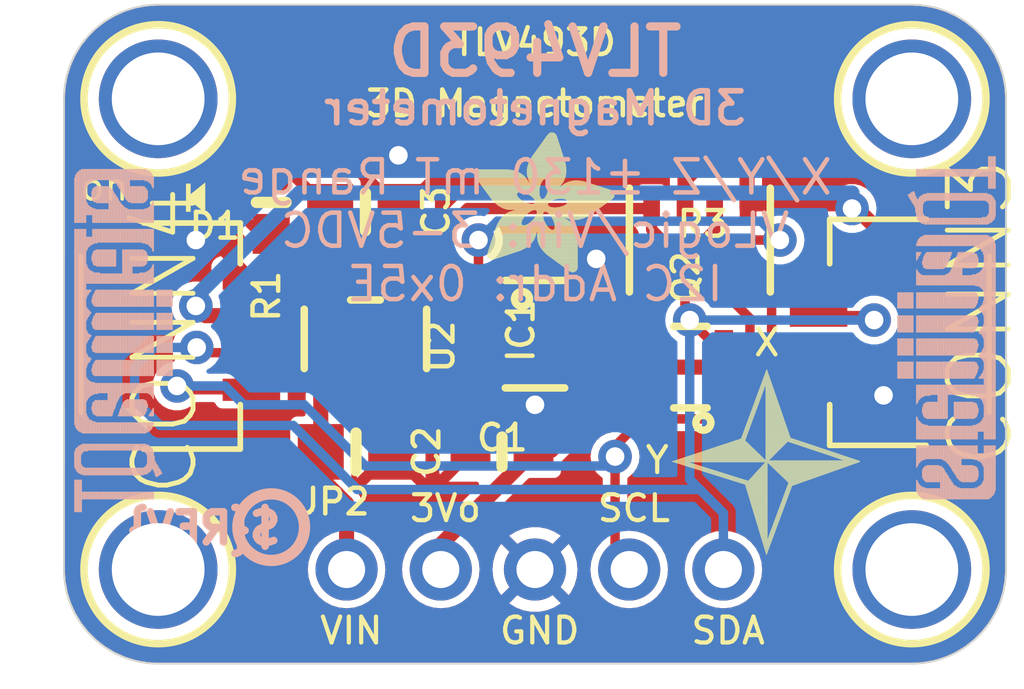
<source format=kicad_pcb>
(kicad_pcb (version 20221018) (generator pcbnew)
  (layers (0 "F.Cu" signal) (31 "B.Cu" signal) (34 "B.Paste" user) (35 "F.Paste" user) (36 "B.SilkS" user "B.Silkscreen") (37 "F.SilkS" user "F.Silkscreen") (38 "B.Mask" user) (39 "F.Mask" user) (44 "Edge.Cuts" user))
  (net 0 "")
  (net 1 "GND")
  (net 2 "SDA")
  (net 3 "SCL")
  (net 4 "SCL_3V")
  (net 5 "SDA_3V")
  (net 6 "3.3V")
  (net 7 "VCC")
  (net 8 "N$1")
  (footprint "working:MOUNTINGHOLE_2.5_PLATED" (layer "F.Cu") (at 158.6611 98.6536)
    (fp_text reference "U$17" hide)
    (fp_text value "MOUNTINGHOLE2.5" hide)
    (pad "P$1" thru_hole circle (at 0 0) (size 3.2 3.2) (drill 2.5) (layers "*.Cu" "*.Mask"))
    (zone (net 0) (net_name "") (layer "F.Cu") (connect_pads (clearance 0)) (min_thickness 0.25)
      (keepout (tracks not_allowed) (vias not_allowed) (pads not_allowed) (copperpour not_allowed) (footprints allowed))
      (fill (thermal_gap 0.5) (thermal_bridge_width 0.5))
      (polygon (pts (xy 160.6771 98.6536) (xy 160.65748 98.373027) (xy 160.599004 98.097915) (xy 160.502808 97.833619) (xy 160.370765 97.585283) (xy 160.205446 97.35774) (xy 160.010067 97.15542) (xy 159.788433 96.98226) (xy 159.544856 96.841631) (xy 159.284078 96.73627) (xy 159.011175 96.668228) (xy 158.731457 96.638828) (xy 158.450371 96.648644) (xy 158.173385 96.697484) (xy 157.905893 96.784397) (xy 157.6531 96.907693) (xy 157.419926 97.06497) (xy 157.210911 97.253169) (xy 157.030122 97.468625) (xy 156.881078 97.707145) (xy 156.76668 97.964087) (xy 156.689154 98.23445) (xy 156.650011 98.512971) (xy 156.650011 98.794229) (xy 156.689154 99.07275) (xy 156.76668 99.343113) (xy 156.881078 99.600055) (xy 157.030122 99.838575) (xy 157.210911 100.054031) (xy 157.419926 100.24223) (xy 157.6531 100.399507) (xy 157.905893 100.522803) (xy 158.173385 100.609716) (xy 158.450371 100.658556) (xy 158.731457 100.668372) (xy 159.011175 100.638972) (xy 159.284078 100.57093) (xy 159.544856 100.465569) (xy 159.788433 100.32494) (xy 160.010067 100.15178) (xy 160.205446 99.94946) (xy 160.370765 99.721917) (xy 160.502808 99.473581) (xy 160.599004 99.209285) (xy 160.65748 98.934173)))
      (polygon (pts (xy 158.6451 98.6536) (xy 158.649786 98.664914) (xy 158.6611 98.6696) (xy 158.672414 98.664914) (xy 158.6771 98.6536) (xy 158.672414 98.642286) (xy 158.6611 98.6376) (xy 158.649786 98.642286)))
    )
    (zone (net 0) (net_name "") (layer "B.Cu") (connect_pads (clearance 0)) (min_thickness 0.25)
      (keepout (tracks not_allowed) (vias not_allowed) (pads not_allowed) (copperpour not_allowed) (footprints allowed))
      (fill (thermal_gap 0.5) (thermal_bridge_width 0.5))
      (polygon (pts (xy 160.6771 98.6536) (xy 160.65748 98.373027) (xy 160.599004 98.097915) (xy 160.502808 97.833619) (xy 160.370765 97.585283) (xy 160.205446 97.35774) (xy 160.010067 97.15542) (xy 159.788433 96.98226) (xy 159.544856 96.841631) (xy 159.284078 96.73627) (xy 159.011175 96.668228) (xy 158.731457 96.638828) (xy 158.450371 96.648644) (xy 158.173385 96.697484) (xy 157.905893 96.784397) (xy 157.6531 96.907693) (xy 157.419926 97.06497) (xy 157.210911 97.253169) (xy 157.030122 97.468625) (xy 156.881078 97.707145) (xy 156.76668 97.964087) (xy 156.689154 98.23445) (xy 156.650011 98.512971) (xy 156.650011 98.794229) (xy 156.689154 99.07275) (xy 156.76668 99.343113) (xy 156.881078 99.600055) (xy 157.030122 99.838575) (xy 157.210911 100.054031) (xy 157.419926 100.24223) (xy 157.6531 100.399507) (xy 157.905893 100.522803) (xy 158.173385 100.609716) (xy 158.450371 100.658556) (xy 158.731457 100.668372) (xy 159.011175 100.638972) (xy 159.284078 100.57093) (xy 159.544856 100.465569) (xy 159.788433 100.32494) (xy 160.010067 100.15178) (xy 160.205446 99.94946) (xy 160.370765 99.721917) (xy 160.502808 99.473581) (xy 160.599004 99.209285) (xy 160.65748 98.934173)))
      (polygon (pts (xy 158.6451 98.6536) (xy 158.649786 98.664914) (xy 158.6611 98.6696) (xy 158.672414 98.664914) (xy 158.6771 98.6536) (xy 158.672414 98.642286) (xy 158.6611 98.6376) (xy 158.649786 98.642286)))
    )
  )
  (footprint "working:SYMBOL_COMPASSXY_5MM" (layer "F.Cu") (at 152.1841 110.9726)
    (fp_text reference "U$2" hide)
    (fp_text value "" hide)
  )
  (footprint "working:RESPACK_4X0603" (layer "F.Cu") (at 152.9461 102.4636 180)
    (fp_text reference "R3" (at -0.838 0.432) (layer "F.SilkS") (effects (font (size 0.692831 0.692831) (thickness 0.119969)) (justify right)))
    (fp_text value "10K")
    (pad "1" smd rect (at -1.3 0.85 180) (size 0.45 0.9) (layers "F.Cu" "F.Paste" "F.Mask") (net 7 "VCC"))
    (pad "2" smd rect (at -0.4 0.85 180) (size 0.45 0.9) (layers "F.Cu" "F.Paste" "F.Mask") (net 6 "3.3V"))
    (pad "3" smd rect (at 0.4 0.85 180) (size 0.45 0.9) (layers "F.Cu" "F.Paste" "F.Mask") (net 7 "VCC"))
    (pad "4" smd rect (at 1.3 0.85 180) (size 0.45 0.9) (layers "F.Cu" "F.Paste" "F.Mask") (net 6 "3.3V"))
    (pad "5" smd rect (at 1.3 -0.85 180) (size 0.45 0.9) (layers "F.Cu" "F.Paste" "F.Mask") (net 5 "SDA_3V"))
    (pad "6" smd rect (at 0.4 -0.85 180) (size 0.45 0.9) (layers "F.Cu" "F.Paste" "F.Mask") (net 2 "SDA"))
    (pad "7" smd rect (at -0.4 -0.85 180) (size 0.45 0.9) (layers "F.Cu" "F.Paste" "F.Mask") (net 4 "SCL_3V"))
    (pad "8" smd rect (at -1.3 -0.85 180) (size 0.45 0.9) (layers "F.Cu" "F.Paste" "F.Mask") (net 3 "SCL"))
  )
  (footprint "working:ADAFRUIT_3.5MM" (layer "F.Cu") (at 146.8501 103.3526)
    (fp_text reference "U$22" hide)
    (fp_text value "" hide)
  )
  (footprint "working:0805-NO" (layer "F.Cu") (at 143.6751 108.1786)
    (fp_text reference "C2" (at 1.905 -0.762 90) (layer "F.SilkS") (effects (font (size 0.692831 0.692831) (thickness 0.119969)) (justify right)))
    (fp_text value "10uF")
    (pad "1" smd rect (at -0.95 0) (size 1.24 1.5) (layers "F.Cu" "F.Paste" "F.Mask") (net 7 "VCC"))
    (pad "2" smd rect (at 0.95 0) (size 1.24 1.5) (layers "F.Cu" "F.Paste" "F.Mask") (net 1 "GND"))
  )
  (footprint "working:JST_SH4" (layer "F.Cu") (at 158.6611 105.0036 90)
    (fp_text reference "CONN3" (at -3.711 1.847 90) (layer "F.SilkS") (effects (font (size 1.647139 1.647139) (thickness 0.130861)) (justify left)))
    (fp_text value "STEMMA_I2C_QT" hide)
    (pad "1" smd rect (at -1.5 -2.514 180) (size 1.55 0.6) (layers "F.Cu" "F.Paste" "F.Mask") (net 1 "GND"))
    (pad "2" smd rect (at -0.5 -2.514 180) (size 1.55 0.6) (layers "F.Cu" "F.Paste" "F.Mask") (net 7 "VCC"))
    (pad "3" smd rect (at 0.5 -2.514 180) (size 1.55 0.6) (layers "F.Cu" "F.Paste" "F.Mask") (net 2 "SDA"))
    (pad "4" smd rect (at 1.5 -2.514 180) (size 1.55 0.6) (layers "F.Cu" "F.Paste" "F.Mask") (net 3 "SCL"))
    (pad "MT1" smd rect (at -2.8 1.386 180) (size 1.8 1.2) (layers "F.Cu" "F.Paste" "F.Mask"))
    (pad "MT2" smd rect (at 2.8 1.386 180) (size 1.8 1.2) (layers "F.Cu" "F.Paste" "F.Mask"))
  )
  (footprint "working:FIDUCIAL_1MM" (layer "F.Cu") (at 155.7401 97.4725)
    (fp_text reference "FID4" hide)
    (fp_text value "FIDUCIAL_1MM" hide)
    (pad "1" smd roundrect (at 0 0) (size 1 1) (layers "F.Cu" "F.Mask") (roundrect_rratio 0.5))
  )
  (footprint "working:MOUNTINGHOLE_2.5_PLATED" (layer "F.Cu") (at 138.3411 111.3536)
    (fp_text reference "U$19" hide)
    (fp_text value "MOUNTINGHOLE2.5" hide)
    (pad "P$1" thru_hole circle (at 0 0) (size 3.2 3.2) (drill 2.5) (layers "*.Cu" "*.Mask"))
    (zone (net 0) (net_name "") (layer "F.Cu") (connect_pads (clearance 0)) (min_thickness 0.25)
      (keepout (tracks not_allowed) (vias not_allowed) (pads not_allowed) (copperpour not_allowed) (footprints allowed))
      (fill (thermal_gap 0.5) (thermal_bridge_width 0.5))
      (polygon (pts (xy 140.3571 111.3536) (xy 140.33748 111.073027) (xy 140.279004 110.797915) (xy 140.182808 110.533619) (xy 140.050765 110.285283) (xy 139.885446 110.05774) (xy 139.690067 109.85542) (xy 139.468433 109.68226) (xy 139.224856 109.541631) (xy 138.964078 109.43627) (xy 138.691175 109.368228) (xy 138.411457 109.338828) (xy 138.130371 109.348644) (xy 137.853385 109.397484) (xy 137.585893 109.484397) (xy 137.3331 109.607693) (xy 137.099926 109.76497) (xy 136.890911 109.953169) (xy 136.710122 110.168625) (xy 136.561078 110.407145) (xy 136.44668 110.664087) (xy 136.369154 110.93445) (xy 136.330011 111.212971) (xy 136.330011 111.494229) (xy 136.369154 111.77275) (xy 136.44668 112.043113) (xy 136.561078 112.300055) (xy 136.710122 112.538575) (xy 136.890911 112.754031) (xy 137.099926 112.94223) (xy 137.3331 113.099507) (xy 137.585893 113.222803) (xy 137.853385 113.309716) (xy 138.130371 113.358556) (xy 138.411457 113.368372) (xy 138.691175 113.338972) (xy 138.964078 113.27093) (xy 139.224856 113.165569) (xy 139.468433 113.02494) (xy 139.690067 112.85178) (xy 139.885446 112.64946) (xy 140.050765 112.421917) (xy 140.182808 112.173581) (xy 140.279004 111.909285) (xy 140.33748 111.634173)))
      (polygon (pts (xy 138.3251 111.3536) (xy 138.329786 111.364914) (xy 138.3411 111.3696) (xy 138.352414 111.364914) (xy 138.3571 111.3536) (xy 138.352414 111.342286) (xy 138.3411 111.3376) (xy 138.329786 111.342286)))
    )
    (zone (net 0) (net_name "") (layer "B.Cu") (connect_pads (clearance 0)) (min_thickness 0.25)
      (keepout (tracks not_allowed) (vias not_allowed) (pads not_allowed) (copperpour not_allowed) (footprints allowed))
      (fill (thermal_gap 0.5) (thermal_bridge_width 0.5))
      (polygon (pts (xy 140.3571 111.3536) (xy 140.33748 111.073027) (xy 140.279004 110.797915) (xy 140.182808 110.533619) (xy 140.050765 110.285283) (xy 139.885446 110.05774) (xy 139.690067 109.85542) (xy 139.468433 109.68226) (xy 139.224856 109.541631) (xy 138.964078 109.43627) (xy 138.691175 109.368228) (xy 138.411457 109.338828) (xy 138.130371 109.348644) (xy 137.853385 109.397484) (xy 137.585893 109.484397) (xy 137.3331 109.607693) (xy 137.099926 109.76497) (xy 136.890911 109.953169) (xy 136.710122 110.168625) (xy 136.561078 110.407145) (xy 136.44668 110.664087) (xy 136.369154 110.93445) (xy 136.330011 111.212971) (xy 136.330011 111.494229) (xy 136.369154 111.77275) (xy 136.44668 112.043113) (xy 136.561078 112.300055) (xy 136.710122 112.538575) (xy 136.890911 112.754031) (xy 137.099926 112.94223) (xy 137.3331 113.099507) (xy 137.585893 113.222803) (xy 137.853385 113.309716) (xy 138.130371 113.358556) (xy 138.411457 113.368372) (xy 138.691175 113.338972) (xy 138.964078 113.27093) (xy 139.224856 113.165569) (xy 139.468433 113.02494) (xy 139.690067 112.85178) (xy 139.885446 112.64946) (xy 140.050765 112.421917) (xy 140.182808 112.173581) (xy 140.279004 111.909285) (xy 140.33748 111.634173)))
      (polygon (pts (xy 138.3251 111.3536) (xy 138.329786 111.364914) (xy 138.3411 111.3696) (xy 138.352414 111.364914) (xy 138.3571 111.3536) (xy 138.352414 111.342286) (xy 138.3411 111.3376) (xy 138.329786 111.342286)))
    )
  )
  (footprint "working:SOT23-6" (layer "F.Cu") (at 148.5011 105.0036 -90)
    (fp_text reference "IC1" (at -1.016 0.381 90) (layer "F.SilkS") (effects (font (size 0.692831 0.692831) (thickness 0.119969)) (justify right)))
    (fp_text value "TLV493D")
    (pad "1" smd rect (at -0.95 1.3 270) (size 0.55 1.2) (layers "F.Cu" "F.Paste" "F.Mask") (net 4 "SCL_3V"))
    (pad "2" smd rect (at 0 1.3 270) (size 0.55 1.2) (layers "F.Cu" "F.Paste" "F.Mask") (net 1 "GND"))
    (pad "3" smd rect (at 0.95 1.3 270) (size 0.55 1.2) (layers "F.Cu" "F.Paste" "F.Mask") (net 1 "GND"))
    (pad "4" smd rect (at 0.95 -1.3 270) (size 0.55 1.2) (layers "F.Cu" "F.Paste" "F.Mask") (net 6 "3.3V"))
    (pad "5" smd rect (at 0 -1.3 270) (size 0.55 1.2) (layers "F.Cu" "F.Paste" "F.Mask") (net 1 "GND"))
    (pad "6" smd rect (at -0.95 -1.3 270) (size 0.55 1.2) (layers "F.Cu" "F.Paste" "F.Mask") (net 5 "SDA_3V"))
  )
  (footprint "working:0805-NO" (layer "F.Cu") (at 143.9291 101.7016)
    (fp_text reference "C3" (at 1.905 -0.762 90) (layer "F.SilkS") (effects (font (size 0.692831 0.692831) (thickness 0.119969)) (justify right)))
    (fp_text value "10uF")
    (pad "1" smd rect (at -0.95 0) (size 1.24 1.5) (layers "F.Cu" "F.Paste" "F.Mask") (net 6 "3.3V"))
    (pad "2" smd rect (at 0.95 0) (size 1.24 1.5) (layers "F.Cu" "F.Paste" "F.Mask") (net 1 "GND"))
  )
  (footprint "working:CHIPLED_0603_NOOUTLINE" (layer "F.Cu") (at 139.3571 101.3206 90)
    (fp_text reference "D1" (at -0.762 1.27) (layer "F.SilkS") (effects (font (size 0.692831 0.692831) (thickness 0.119969)) (justify right)))
    (fp_text value "GREEN")
    (pad "A" smd rect (at 0 0.75 90) (size 0.8 0.8) (layers "F.Cu" "F.Paste" "F.Mask") (net 8 "N$1"))
    (pad "C" smd rect (at 0 -0.75 90) (size 0.8 0.8) (layers "F.Cu" "F.Paste" "F.Mask") (net 1 "GND"))
  )
  (footprint "working:1X05_ROUND" (layer "F.Cu") (at 148.5011 111.3536)
    (fp_text reference "JP2" (at -6.4262 -1.8288) (layer "F.SilkS") (effects (font (size 0.692831 0.692831) (thickness 0.119969)) (justify left)))
    (fp_text value "")
    (pad "1" thru_hole circle (at -5.08 0 90) (size 1.6764 1.6764) (drill 1) (layers "*.Cu" "*.Mask") (net 7 "VCC"))
    (pad "2" thru_hole circle (at -2.54 0 90) (size 1.6764 1.6764) (drill 1) (layers "*.Cu" "*.Mask") (net 6 "3.3V"))
    (pad "3" thru_hole circle (at 0 0 90) (size 1.6764 1.6764) (drill 1) (layers "*.Cu" "*.Mask") (net 1 "GND"))
    (pad "4" thru_hole circle (at 2.54 0 90) (size 1.6764 1.6764) (drill 1) (layers "*.Cu" "*.Mask") (net 3 "SCL"))
    (pad "5" thru_hole circle (at 5.08 0 90) (size 1.6764 1.6764) (drill 1) (layers "*.Cu" "*.Mask") (net 2 "SDA"))
  )
  (footprint "working:SOT363" (layer "F.Cu") (at 152.6921 105.8926 90)
    (fp_text reference "Q2" (at 1.651 -0.127 90) (layer "F.SilkS") (effects (font (size 0.692831 0.692831) (thickness 0.119969)) (justify left)))
    (fp_text value "BSS138")
    (pad "1" smd rect (at -0.75 0.9 90) (size 0.5 0.5) (layers "F.Cu" "F.Paste" "F.Mask") (net 4 "SCL_3V"))
    (pad "2" smd rect (at 0 0.9 90) (size 0.4 0.5) (layers "F.Cu" "F.Paste" "F.Mask") (net 6 "3.3V"))
    (pad "3" smd rect (at 0.75 0.9 90) (size 0.5 0.5) (layers "F.Cu" "F.Paste" "F.Mask") (net 2 "SDA"))
    (pad "4" smd rect (at 0.75 -0.9 90) (size 0.5 0.5) (layers "F.Cu" "F.Paste" "F.Mask") (net 5 "SDA_3V"))
    (pad "5" smd rect (at 0 -0.9 90) (size 0.4 0.5) (layers "F.Cu" "F.Paste" "F.Mask") (net 6 "3.3V"))
    (pad "6" smd rect (at -0.75 -0.9 90) (size 0.5 0.5) (layers "F.Cu" "F.Paste" "F.Mask") (net 3 "SCL"))
  )
  (footprint "working:0603-NO" (layer "F.Cu") (at 141.3891 101.4476 -90)
    (fp_text reference "R1" (at 1.778 0.127 90) (layer "F.SilkS") (effects (font (size 0.692831 0.692831) (thickness 0.119969)) (justify right)))
    (fp_text value "10K")
    (pad "1" smd rect (at -0.85 0 270) (size 1.075 1) (layers "F.Cu" "F.Paste" "F.Mask") (net 6 "3.3V"))
    (pad "2" smd rect (at 0.85 0 270) (size 1.075 1) (layers "F.Cu" "F.Paste" "F.Mask") (net 8 "N$1"))
  )
  (footprint "working:0603-NO" (layer "F.Cu") (at 147.6121 108.1786 180)
    (fp_text reference "C1" (at -0.762 0.381) (layer "F.SilkS") (effects (font (size 0.692831 0.692831) (thickness 0.119969)) (justify right)))
    (fp_text value "0.1uF")
    (pad "1" smd rect (at -0.85 0 180) (size 1.075 1) (layers "F.Cu" "F.Paste" "F.Mask") (net 6 "3.3V"))
    (pad "2" smd rect (at 0.85 0 180) (size 1.075 1) (layers "F.Cu" "F.Paste" "F.Mask") (net 1 "GND"))
  )
  (footprint "working:SOT23-5" (layer "F.Cu") (at 143.9291 105.1306)
    (fp_text reference "U2" (at 2.032 -0.562 90) (layer "F.SilkS") (effects (font (size 0.692831 0.692831) (thickness 0.119969)) (justify right)))
    (fp_text value "AP2112K-3.3")
    (pad "1" smd rect (at -0.95 1.3001) (size 0.55 1.2) (layers "F.Cu" "F.Paste" "F.Mask") (net 7 "VCC"))
    (pad "2" smd rect (at 0 1.3001) (size 0.55 1.2) (layers "F.Cu" "F.Paste" "F.Mask") (net 1 "GND"))
    (pad "3" smd rect (at 0.95 1.3001) (size 0.55 1.2) (layers "F.Cu" "F.Paste" "F.Mask") (net 7 "VCC"))
    (pad "4" smd rect (at 0.95 -1.3001) (size 0.55 1.2) (layers "F.Cu" "F.Paste" "F.Mask"))
    (pad "5" smd rect (at -0.95 -1.3001) (size 0.55 1.2) (layers "F.Cu" "F.Paste" "F.Mask") (net 6 "3.3V"))
  )
  (footprint "working:FIDUCIAL_1MM" (layer "F.Cu") (at 141.1351 112.6871)
    (fp_text reference "FID3" hide)
    (fp_text value "FIDUCIAL_1MM" hide)
    (pad "1" smd roundrect (at 0 0) (size 1 1) (layers "F.Cu" "F.Mask") (roundrect_rratio 0.5))
  )
  (footprint "working:MOUNTINGHOLE_2.5_PLATED" (layer "F.Cu") (at 138.3411 98.6536)
    (fp_text reference "U$1" hide)
    (fp_text value "MOUNTINGHOLE2.5" hide)
    (pad "P$1" thru_hole circle (at 0 0) (size 3.2 3.2) (drill 2.5) (layers "*.Cu" "*.Mask"))
    (zone (net 0) (net_name "") (layer "F.Cu") (connect_pads (clearance 0)) (min_thickness 0.25)
      (keepout (tracks not_allowed) (vias not_allowed) (pads not_allowed) (copperpour not_allowed) (footprints allowed))
      (fill (thermal_gap 0.5) (thermal_bridge_width 0.5))
      (polygon (pts (xy 140.3571 98.6536) (xy 140.33748 98.373027) (xy 140.279004 98.097915) (xy 140.182808 97.833619) (xy 140.050765 97.585283) (xy 139.885446 97.35774) (xy 139.690067 97.15542) (xy 139.468433 96.98226) (xy 139.224856 96.841631) (xy 138.964078 96.73627) (xy 138.691175 96.668228) (xy 138.411457 96.638828) (xy 138.130371 96.648644) (xy 137.853385 96.697484) (xy 137.585893 96.784397) (xy 137.3331 96.907693) (xy 137.099926 97.06497) (xy 136.890911 97.253169) (xy 136.710122 97.468625) (xy 136.561078 97.707145) (xy 136.44668 97.964087) (xy 136.369154 98.23445) (xy 136.330011 98.512971) (xy 136.330011 98.794229) (xy 136.369154 99.07275) (xy 136.44668 99.343113) (xy 136.561078 99.600055) (xy 136.710122 99.838575) (xy 136.890911 100.054031) (xy 137.099926 100.24223) (xy 137.3331 100.399507) (xy 137.585893 100.522803) (xy 137.853385 100.609716) (xy 138.130371 100.658556) (xy 138.411457 100.668372) (xy 138.691175 100.638972) (xy 138.964078 100.57093) (xy 139.224856 100.465569) (xy 139.468433 100.32494) (xy 139.690067 100.15178) (xy 139.885446 99.94946) (xy 140.050765 99.721917) (xy 140.182808 99.473581) (xy 140.279004 99.209285) (xy 140.33748 98.934173)))
      (polygon (pts (xy 138.3251 98.6536) (xy 138.329786 98.664914) (xy 138.3411 98.6696) (xy 138.352414 98.664914) (xy 138.3571 98.6536) (xy 138.352414 98.642286) (xy 138.3411 98.6376) (xy 138.329786 98.642286)))
    )
    (zone (net 0) (net_name "") (layer "B.Cu") (connect_pads (clearance 0)) (min_thickness 0.25)
      (keepout (tracks not_allowed) (vias not_allowed) (pads not_allowed) (copperpour not_allowed) (footprints allowed))
      (fill (thermal_gap 0.5) (thermal_bridge_width 0.5))
      (polygon (pts (xy 140.3571 98.6536) (xy 140.33748 98.373027) (xy 140.279004 98.097915) (xy 140.182808 97.833619) (xy 140.050765 97.585283) (xy 139.885446 97.35774) (xy 139.690067 97.15542) (xy 139.468433 96.98226) (xy 139.224856 96.841631) (xy 138.964078 96.73627) (xy 138.691175 96.668228) (xy 138.411457 96.638828) (xy 138.130371 96.648644) (xy 137.853385 96.697484) (xy 137.585893 96.784397) (xy 137.3331 96.907693) (xy 137.099926 97.06497) (xy 136.890911 97.253169) (xy 136.710122 97.468625) (xy 136.561078 97.707145) (xy 136.44668 97.964087) (xy 136.369154 98.23445) (xy 136.330011 98.512971) (xy 136.330011 98.794229) (xy 136.369154 99.07275) (xy 136.44668 99.343113) (xy 136.561078 99.600055) (xy 136.710122 99.838575) (xy 136.890911 100.054031) (xy 137.099926 100.24223) (xy 137.3331 100.399507) (xy 137.585893 100.522803) (xy 137.853385 100.609716) (xy 138.130371 100.658556) (xy 138.411457 100.668372) (xy 138.691175 100.638972) (xy 138.964078 100.57093) (xy 139.224856 100.465569) (xy 139.468433 100.32494) (xy 139.690067 100.15178) (xy 139.885446 99.94946) (xy 140.050765 99.721917) (xy 140.182808 99.473581) (xy 140.279004 99.209285) (xy 140.33748 98.934173)))
      (polygon (pts (xy 138.3251 98.6536) (xy 138.329786 98.664914) (xy 138.3411 98.6696) (xy 138.352414 98.664914) (xy 138.3571 98.6536) (xy 138.352414 98.642286) (xy 138.3411 98.6376) (xy 138.329786 98.642286)))
    )
  )
  (footprint "working:JST_SH4" (layer "F.Cu") (at 138.3411 105.0036 -90)
    (fp_text reference "CONN4" (at -4.092 -0.185 90) (layer "F.SilkS") (effects (font (size 1.647139 1.647139) (thickness 0.130861)) (justify right)))
    (fp_text value "STEMMA_I2C_QT" hide)
    (pad "1" smd rect (at -1.5 -2.514) (size 1.55 0.6) (layers "F.Cu" "F.Paste" "F.Mask") (net 1 "GND"))
    (pad "2" smd rect (at -0.5 -2.514) (size 1.55 0.6) (layers "F.Cu" "F.Paste" "F.Mask") (net 7 "VCC"))
    (pad "3" smd rect (at 0.5 -2.514) (size 1.55 0.6) (layers "F.Cu" "F.Paste" "F.Mask") (net 2 "SDA"))
    (pad "4" smd rect (at 1.5 -2.514) (size 1.55 0.6) (layers "F.Cu" "F.Paste" "F.Mask") (net 3 "SCL"))
    (pad "MT1" smd rect (at -2.8 1.386) (size 1.8 1.2) (layers "F.Cu" "F.Paste" "F.Mask"))
    (pad "MT2" smd rect (at 2.8 1.386) (size 1.8 1.2) (layers "F.Cu" "F.Paste" "F.Mask"))
  )
  (footprint "working:MOUNTINGHOLE_2.5_PLATED" (layer "F.Cu") (at 158.6611 111.3536)
    (fp_text reference "U$21" hide)
    (fp_text value "MOUNTINGHOLE2.5" hide)
    (pad "P$1" thru_hole circle (at 0 0) (size 3.2 3.2) (drill 2.5) (layers "*.Cu" "*.Mask"))
    (zone (net 0) (net_name "") (layer "F.Cu") (connect_pads (clearance 0)) (min_thickness 0.25)
      (keepout (tracks not_allowed) (vias not_allowed) (pads not_allowed) (copperpour not_allowed) (footprints allowed))
      (fill (thermal_gap 0.5) (thermal_bridge_width 0.5))
      (polygon (pts (xy 160.6771 111.3536) (xy 160.65748 111.073027) (xy 160.599004 110.797915) (xy 160.502808 110.533619) (xy 160.370765 110.285283) (xy 160.205446 110.05774) (xy 160.010067 109.85542) (xy 159.788433 109.68226) (xy 159.544856 109.541631) (xy 159.284078 109.43627) (xy 159.011175 109.368228) (xy 158.731457 109.338828) (xy 158.450371 109.348644) (xy 158.173385 109.397484) (xy 157.905893 109.484397) (xy 157.6531 109.607693) (xy 157.419926 109.76497) (xy 157.210911 109.953169) (xy 157.030122 110.168625) (xy 156.881078 110.407145) (xy 156.76668 110.664087) (xy 156.689154 110.93445) (xy 156.650011 111.212971) (xy 156.650011 111.494229) (xy 156.689154 111.77275) (xy 156.76668 112.043113) (xy 156.881078 112.300055) (xy 157.030122 112.538575) (xy 157.210911 112.754031) (xy 157.419926 112.94223) (xy 157.6531 113.099507) (xy 157.905893 113.222803) (xy 158.173385 113.309716) (xy 158.450371 113.358556) (xy 158.731457 113.368372) (xy 159.011175 113.338972) (xy 159.284078 113.27093) (xy 159.544856 113.165569) (xy 159.788433 113.02494) (xy 160.010067 112.85178) (xy 160.205446 112.64946) (xy 160.370765 112.421917) (xy 160.502808 112.173581) (xy 160.599004 111.909285) (xy 160.65748 111.634173)))
      (polygon (pts (xy 158.6451 111.3536) (xy 158.649786 111.364914) (xy 158.6611 111.3696) (xy 158.672414 111.364914) (xy 158.6771 111.3536) (xy 158.672414 111.342286) (xy 158.6611 111.3376) (xy 158.649786 111.342286)))
    )
    (zone (net 0) (net_name "") (layer "B.Cu") (connect_pads (clearance 0)) (min_thickness 0.25)
      (keepout (tracks not_allowed) (vias not_allowed) (pads not_allowed) (copperpour not_allowed) (footprints allowed))
      (fill (thermal_gap 0.5) (thermal_bridge_width 0.5))
      (polygon (pts (xy 160.6771 111.3536) (xy 160.65748 111.073027) (xy 160.599004 110.797915) (xy 160.502808 110.533619) (xy 160.370765 110.285283) (xy 160.205446 110.05774) (xy 160.010067 109.85542) (xy 159.788433 109.68226) (xy 159.544856 109.541631) (xy 159.284078 109.43627) (xy 159.011175 109.368228) (xy 158.731457 109.338828) (xy 158.450371 109.348644) (xy 158.173385 109.397484) (xy 157.905893 109.484397) (xy 157.6531 109.607693) (xy 157.419926 109.76497) (xy 157.210911 109.953169) (xy 157.030122 110.168625) (xy 156.881078 110.407145) (xy 156.76668 110.664087) (xy 156.689154 110.93445) (xy 156.650011 111.212971) (xy 156.650011 111.494229) (xy 156.689154 111.77275) (xy 156.76668 112.043113) (xy 156.881078 112.300055) (xy 157.030122 112.538575) (xy 157.210911 112.754031) (xy 157.419926 112.94223) (xy 157.6531 113.099507) (xy 157.905893 113.222803) (xy 158.173385 113.309716) (xy 158.450371 113.358556) (xy 158.731457 113.368372) (xy 159.011175 113.338972) (xy 159.284078 113.27093) (xy 159.544856 113.165569) (xy 159.788433 113.02494) (xy 160.010067 112.85178) (xy 160.205446 112.64946) (xy 160.370765 112.421917) (xy 160.502808 112.173581) (xy 160.599004 111.909285) (xy 160.65748 111.634173)))
      (polygon (pts (xy 158.6451 111.3536) (xy 158.649786 111.364914) (xy 158.6611 111.3696) (xy 158.672414 111.364914) (xy 158.6771 111.3536) (xy 158.672414 111.342286) (xy 158.6611 111.3376) (xy 158.649786 111.342286)))
    )
  )
  (footprint "working:PCBFEAT-REV-040" (layer "B.Cu") (at 141.3891 110.2106 180)
    (fp_text reference "U$25" hide)
    (fp_text value "" hide)
    (fp_text user "${REV}" (at -0.3556 -0.508) (layer "B.SilkS") (effects (font (size 0.8128 0.8128) (thickness 0.2032)) (justify left bottom mirror)))
  )
  (footprint "working:STEMMAQT" (layer "B.Cu") (at 158.2801 109.4486 90)
    (fp_text reference "U$30" hide)
    (fp_text value "" hide)
  )
  (footprint "working:KATTNI_STOP" (layer "B.Cu") (at 152.1841 106.7816 180)
    (fp_text reference "U$4" hide)
    (fp_text value "" hide)
  )
  (footprint "working:STEMMAQT" (layer "B.Cu") (at 138.7221 100.5586 -90)
    (fp_text reference "U$31" hide)
    (fp_text value "" hide)
  )
  (gr_line (start 158.6611 96.1136) (end 138.3411 96.1136) (stroke (width 0.05)) (layer "Edge.Cuts"))
  (gr_arc (start 161.2011 111.3536) (mid 160.457151 113.149651) (end 158.6611 113.8936) (stroke (width 0.05)) (layer "Edge.Cuts"))
  (gr_line (start 135.8011 98.6536) (end 135.8011 111.3536) (stroke (width 0.05)) (layer "Edge.Cuts"))
  (gr_line (start 161.2011 111.3536) (end 161.2011 98.6536) (stroke (width 0.05)) (layer "Edge.Cuts"))
  (gr_arc (start 135.8011 98.6536) (mid 136.545049 96.857549) (end 138.3411 96.1136) (stroke (width 0.05)) (layer "Edge.Cuts"))
  (gr_arc (start 158.6611 96.1136) (mid 160.457151 96.857549) (end 161.2011 98.6536) (stroke (width 0.05)) (layer "Edge.Cuts"))
  (gr_line (start 138.3411 113.8936) (end 158.6611 113.8936) (stroke (width 0.05)) (layer "Edge.Cuts"))
  (gr_arc (start 138.3411 113.8936) (mid 136.545049 113.149651) (end 135.8011 111.3536) (stroke (width 0.05)) (layer "Edge.Cuts"))
  (gr_text "TLV493D" (at 148.5011 97.3836) (layer "B.SilkS") (effects (font (size 1.25222 1.25222) (thickness 0.22098)) (justify mirror)))
  (gr_text "3D Magnetometer" (at 148.5011 98.9076) (layer "B.SilkS") (effects (font (size 0.8636 0.8636) (thickness 0.1524)) (justify mirror)))
  (gr_text "X/Y/Z ±130 mT Range\nVLogic/Vin: 3-5VDC\nI2C Addr: 0x5E" (at 148.5011 102.2096) (layer "B.SilkS") (effects (font (size 0.89408 0.89408) (thickness 0.12192)) (justify mirror)))
  (gr_text "X" (at 154.3431 105.6386) (layer "F.SilkS") (effects (font (size 0.699008 0.699008) (thickness 0.113792)) (justify left bottom)))
  (gr_text "on" (at 136.1821 101.4476) (layer "F.SilkS") (effects (font (size 0.715264 0.715264) (thickness 0.097536)) (justify left bottom)))
  (gr_text "Y" (at 151.4221 108.8136) (layer "F.SilkS") (effects (font (size 0.699008 0.699008) (thickness 0.113792)) (justify left bottom)))
  (gr_text "SCL" (at 151.1681 109.7026) (layer "F.SilkS") (effects (font (size 0.699008 0.699008) (thickness 0.113792))))
  (gr_text "SDA" (at 153.7081 113.0046) (layer "F.SilkS") (effects (font (size 0.699008 0.699008) (thickness 0.113792))))
  (gr_text "3Vo" (at 146.0881 109.7026) (layer "F.SilkS") (effects (font (size 0.699008 0.699008) (thickness 0.113792))))
  (gr_text "3D Magnetometer" (at 148.5011 98.7806) (layer "F.SilkS") (effects (font (size 0.69088 0.69088) (thickness 0.12192))))
  (gr_text "GND" (at 148.6281 113.0046) (layer "F.SilkS") (effects (font (size 0.699008 0.699008) (thickness 0.113792))))
  (gr_text "TLV493D" (at 148.5011 97.1296) (layer "F.SilkS") (effects (font (size 0.69088 0.69088) (thickness 0.12192))))
  (gr_text "VIN" (at 143.5481 113.0046) (layer "F.SilkS") (effects (font (size 0.699008 0.699008) (thickness 0.113792))))
  (segment (start 144.6251 108.1786) (end 143.9291 107.4826) (width 0.4064) (layer "F.Cu") (net 1))
  (segment (start 143.9291 106.4307) (end 143.9291 107.4826) (width 0.4064) (layer "F.Cu") (net 1))
  (via (at 144.8181 100.1776) (size 0.9064) (drill 0.5) (layers "F.Cu" "B.Cu") (net 1))
  (via (at 150.1521 102.9716) (size 0.9064) (drill 0.5) (layers "F.Cu" "B.Cu") (net 1))
  (via (at 148.5011 106.9086) (size 0.9064) (drill 0.5) (layers "F.Cu" "B.Cu") (net 1))
  (via (at 139.3571 102.4636) (size 0.9064) (drill 0.5) (layers "F.Cu" "B.Cu") (net 1))
  (via (at 157.8991 106.6546) (size 0.9064) (drill 0.5) (layers "F.Cu" "B.Cu") (net 1))
  (segment (start 152.6731 104.3296) (end 152.6731 104.6226) (width 0.254) (layer "F.Cu") (net 2))
  (segment (start 152.6731 104.6226) (end 153.1811 105.1306) (width 0.254) (layer "F.Cu") (net 2))
  (segment (start 156.1471 104.5036) (end 157.5261 104.5036) (width 0.254) (layer "F.Cu") (net 2))
  (segment (start 152.5461 103.3136) (end 152.5461 104.2026) (width 0.254) (layer "F.Cu") (net 2))
  (segment (start 152.6731 104.3296) (end 152.5461 104.2026) (width 0.254) (layer "F.Cu") (net 2))
  (segment (start 153.5921 105.1426) (end 153.1811 105.1426) (width 0.254) (layer "F.Cu") (net 2))
  (segment (start 139.521312 105.5036) (end 139.379706 105.361994) (width 0.254) (layer "F.Cu") (net 2))
  (segment (start 153.1811 105.1306) (end 153.1811 105.1426) (width 0.254) (layer "F.Cu") (net 2))
  (segment (start 157.5261 104.5036) (end 157.6451 104.6226) (width 0.254) (layer "F.Cu") (net 2))
  (segment (start 140.8551 105.5036) (end 139.521312 105.5036) (width 0.254) (layer "F.Cu") (net 2))
  (via (at 157.6451 104.6226) (size 0.9064) (drill 0.5) (layers "F.Cu" "B.Cu") (net 2))
  (via (at 152.6731 104.6226) (size 0.9064) (drill 0.5) (layers "F.Cu" "B.Cu") (net 2))
  (via (at 139.379706 105.361994) (size 0.9064) (drill 0.5) (layers "F.Cu" "B.Cu") (net 2))
  (segment (start 152.9461 109.1946) (end 153.5811 109.8296) (width 0.254) (layer "B.Cu") (net 2))
  (segment (start 139.379706 105.361994) (end 138.236706 105.361994) (width 0.254) (layer "B.Cu") (net 2))
  (segment (start 157.6451 104.6226) (end 152.6731 104.6226) (width 0.254) (layer "B.Cu") (net 2))
  (segment (start 152.6731 104.6226) (end 152.6731 108.9216) (width 0.254) (layer "B.Cu") (net 2))
  (segment (start 153.5811 109.8296) (end 153.5811 111.3536) (width 0.254) (layer "B.Cu") (net 2))
  (segment (start 138.236706 105.361994) (end 137.7061 105.8926) (width 0.254) (layer "B.Cu") (net 2))
  (segment (start 137.7061 105.8926) (end 137.7061 106.7816) (width 0.254) (layer "B.Cu") (net 2))
  (segment (start 137.7061 106.7816) (end 138.3919 107.4674) (width 0.254) (layer "B.Cu") (net 2))
  (segment (start 138.3919 107.4674) (end 141.983 107.4674) (width 0.254) (layer "B.Cu") (net 2))
  (segment (start 141.983 107.4674) (end 143.7102 109.1946) (width 0.254) (layer "B.Cu") (net 2))
  (segment (start 143.7102 109.1946) (end 152.9461 109.1946) (width 0.254) (layer "B.Cu") (net 2))
  (segment (start 152.6731 108.9216) (end 152.9461 109.1946) (width 0.254) (layer "B.Cu") (net 2))
  (segment (start 151.0411 111.3536) (end 150.6601 110.9726) (width 0.254) (layer "F.Cu") (net 3))
  (segment (start 151.7916 106.8971) (end 151.7916 106.6431) (width 0.254) (layer "F.Cu") (net 3))
  (segment (start 151.7921 106.8966) (end 150.6486 108.0401) (width 0.254) (layer "F.Cu") (net 3))
  (segment (start 150.6601 110.9726) (end 150.6601 108.3056) (width 0.254) (layer "F.Cu") (net 3))
  (segment (start 150.6601 108.0516) (end 150.6601 108.3056) (width 0.254) (layer "F.Cu") (net 3))
  (segment (start 138.9521 106.5036) (end 138.8491 106.4006) (width 0.254) (layer "F.Cu") (net 3))
  (segment (start 150.6601 108.0516) (end 150.6486 108.0401) (width 0.254) (layer "F.Cu") (net 3))
  (segment (start 156.1471 103.5036) (end 154.4361 103.5036) (width 0.254) (layer "F.Cu") (net 3))
  (segment (start 154.2161 107.2896) (end 152.1841 107.2896) (width 0.254) (layer "F.Cu") (net 3))
  (segment (start 154.8811 103.9486) (end 154.8811 106.6246) (width 0.254) (layer "F.Cu") (net 3))
  (segment (start 154.2461 103.3136) (end 154.8811 103.9486) (width 0.254) (layer "F.Cu") (net 3))
  (segment (start 151.7921 106.6426) (end 151.7921 106.8966) (width 0.254) (layer "F.Cu") (net 3))
  (segment (start 151.7921 106.6426) (end 151.7916 106.6431) (width 0.254) (layer "F.Cu") (net 3))
  (segment (start 140.8551 106.5036) (end 138.9521 106.5036) (width 0.254) (layer "F.Cu") (net 3))
  (segment (start 154.8811 106.6246) (end 154.2161 107.2896) (width 0.254) (layer "F.Cu") (net 3))
  (segment (start 154.4361 103.5036) (end 154.2461 103.3136) (width 0.254) (layer "F.Cu") (net 3))
  (segment (start 152.1841 107.2896) (end 151.7916 106.8971) (width 0.254) (layer "F.Cu") (net 3))
  (via (at 138.8491 106.4006) (size 0.9064) (drill 0.5) (layers "F.Cu" "B.Cu") (net 3))
  (via (at 150.6601 108.3056) (size 0.9064) (drill 0.5) (layers "F.Cu" "B.Cu") (net 3))
  (segment (start 140.142262 106.4006) (end 140.650262 106.9086) (width 0.254) (layer "B.Cu") (net 3))
  (segment (start 143.9291 108.5596) (end 142.2781 106.9086) (width 0.254) (layer "B.Cu") (net 3))
  (segment (start 150.4061 108.5596) (end 143.9291 108.5596) (width 0.254) (layer "B.Cu") (net 3))
  (segment (start 150.4061 108.5596) (end 150.6601 108.3056) (width 0.254) (layer "B.Cu") (net 3))
  (segment (start 142.2781 106.9086) (end 140.650262 106.9086) (width 0.254) (layer "B.Cu") (net 3))
  (segment (start 138.8491 106.4006) (end 140.142262 106.4006) (width 0.254) (layer "B.Cu") (net 3))
  (segment (start 147.2011 104.0536) (end 146.9771 103.8296) (width 0.254) (layer "F.Cu") (net 4))
  (segment (start 146.9771 103.8296) (end 146.9771 102.4636) (width 0.254) (layer "F.Cu") (net 4))
  (segment (start 153.3461 103.3136) (end 153.3461 102.9526) (width 0.254) (layer "F.Cu") (net 4))
  (segment (start 153.3461 103.3136) (end 153.3461 103.6256) (width 0.254) (layer "F.Cu") (net 4))
  (segment (start 153.3461 102.9526) (end 153.8351 102.4636) (width 0.254) (layer "F.Cu") (net 4))
  (segment (start 153.8351 102.4636) (end 155.1051 102.4636) (width 0.254) (layer "F.Cu") (net 4))
  (segment (start 154.2969 106.1918) (end 153.8461 106.6426) (width 0.254) (layer "F.Cu") (net 4))
  (segment (start 154.2969 104.5764) (end 154.2969 106.1918) (width 0.254) (layer "F.Cu") (net 4))
  (segment (start 153.5921 106.6426) (end 153.8461 106.6426) (width 0.254) (layer "F.Cu") (net 4))
  (segment (start 153.3461 103.6256) (end 154.2969 104.5764) (width 0.254) (layer "F.Cu") (net 4))
  (via (at 146.9771 102.4636) (size 0.9064) (drill 0.5) (layers "F.Cu" "B.Cu") (net 4))
  (via (at 155.1051 102.4636) (size 0.9064) (drill 0.5) (layers "F.Cu" "B.Cu") (net 4))
  (segment (start 154.5971 101.9556) (end 155.1051 102.4636) (width 0.254) (layer "B.Cu") (net 4))
  (segment (start 146.9771 102.4636) (end 147.4851 101.9556) (width 0.254) (layer "B.Cu") (net 4))
  (segment (start 154.5971 101.9556) (end 147.4851 101.9556) (width 0.254) (layer "B.Cu") (net 4))
  (segment (start 151.7921 105.1426) (end 151.6461 104.9966) (width 0.254) (layer "F.Cu") (net 5))
  (segment (start 150.7031 104.0536) (end 151.7921 105.1426) (width 0.254) (layer "F.Cu") (net 5))
  (segment (start 149.8011 104.0536) (end 150.7031 104.0536) (width 0.254) (layer "F.Cu") (net 5))
  (segment (start 151.6461 104.9966) (end 151.6461 103.3136) (width 0.254) (layer "F.Cu") (net 5))
  (segment (start 151.6461 101.6136) (end 146.683281 101.6136) (width 0.3048) (layer "F.Cu") (net 6))
  (segment (start 145.301393 102.8749) (end 145.743096 103.316604) (width 0.3048) (layer "F.Cu") (net 6))
  (segment (start 148.9701 108.1786) (end 148.4621 108.1786) (width 0.3048) (layer "F.Cu") (net 6))
  (segment (start 145.9611 110.6796) (end 145.9611 111.3536) (width 0.4064) (layer "F.Cu") (net 6))
  (segment (start 146.2455 103.819007) (end 146.2455 106.375894) (width 0.3048) (layer "F.Cu") (net 6))
  (segment (start 142.9791 101.7016) (end 144.1524 102.8749) (width 0.3048) (layer "F.Cu") (net 6))
  (segment (start 142.9791 101.7016) (end 142.9791 103.8305) (width 0.3048) (layer "F.Cu") (net 6))
  (segment (start 146.683281 101.6136) (end 146.1683 102.128582) (width 0.3048) (layer "F.Cu") (net 6))
  (segment (start 153.3461 102.1906) (end 153.0731 102.4636) (width 0.3048) (layer "F.Cu") (net 6))
  (segment (start 145.743096 103.316604) (end 146.2455 103.819007) (width 0.3048) (layer "F.Cu") (net 6))
  (segment (start 148.4621 108.1786) (end 145.9611 110.6796) (width 0.4064) (layer "F.Cu") (net 6))
  (segment (start 148.3131 108.1786) (end 147.3537 107.2192) (width 0.3048) (layer "F.Cu") (net 6))
  (segment (start 151.7921 105.8926) (end 153.5921 105.8926) (width 0.4064) (layer "F.Cu") (net 6))
  (segment (start 149.8011 105.9536) (end 149.8621 105.8926) (width 0.3048) (layer "F.Cu") (net 6))
  (segment (start 141.8751 100.5976) (end 142.9791 101.7016) (width 0.3048) (layer "F.Cu") (net 6))
  (segment (start 146.1683 102.8914) (end 145.743096 103.316604) (width 0.3048) (layer "F.Cu") (net 6))
  (segment (start 153.3461 101.6136) (end 153.3461 102.1906) (width 0.3048) (layer "F.Cu") (net 6))
  (segment (start 149.8011 105.9536) (end 149.8011 107.3476) (width 0.3048) (layer "F.Cu") (net 6))
  (segment (start 146.1683 102.128582) (end 146.1683 102.8914) (width 0.3048) (layer "F.Cu") (net 6))
  (segment (start 149.8011 107.3476) (end 148.9701 108.1786) (width 0.3048) (layer "F.Cu") (net 6))
  (segment (start 144.1524 102.8749) (end 145.301393 102.8749) (width 0.3048) (layer "F.Cu") (net 6))
  (segment (start 147.088806 107.2192) (end 147.3537 107.2192) (width 0.3048) (layer "F.Cu") (net 6))
  (segment (start 151.6461 102.1796) (end 151.6461 101.6136) (width 0.3048) (layer "F.Cu") (net 6))
  (segment (start 151.7921 105.8926) (end 149.8621 105.8926) (width 0.3048) (layer "F.Cu") (net 6))
  (segment (start 148.4621 108.1786) (end 148.3131 108.1786) (width 0.3048) (layer "F.Cu") (net 6))
  (segment (start 141.3891 100.5976) (end 141.8751 100.5976) (width 0.3048) (layer "F.Cu") (net 6))
  (segment (start 153.0731 102.4636) (end 151.9301 102.4636) (width 0.3048) (layer "F.Cu") (net 6))
  (segment (start 151.9301 102.4636) (end 151.6461 102.1796) (width 0.3048) (layer "F.Cu") (net 6))
  (segment (start 146.2455 106.375894) (end 147.088806 107.2192) (width 0.3048) (layer "F.Cu") (net 6))
  (segment (start 144.8791 106.4307) (end 144.8791 105.3186) (width 0.4064) (layer "F.Cu") (net 7))
  (segment (start 142.7251 106.6847) (end 142.7251 108.1786) (width 0.4064) (layer "F.Cu") (net 7))
  (segment (start 143.4211 109.5756) (end 143.4211 111.3536) (width 0.4064) (layer "F.Cu") (net 7))
  (segment (start 142.0371 104.5036) (end 142.9791 105.4456) (width 0.4064) (layer "F.Cu") (net 7))
  (segment (start 142.9791 105.4456) (end 142.9791 106.4307) (width 0.4064) (layer "F.Cu") (net 7))
  (segment (start 158.9151 103.3526) (end 157.1761 101.6136) (width 0.4064) (layer "F.Cu") (net 7))
  (segment (start 158.2881 105.5036) (end 158.9151 104.8766) (width 0.4064) (layer "F.Cu") (net 7))
  (segment (start 157.0491 101.6136) (end 156.9221 101.4866) (width 0.4064) (layer "F.Cu") (net 7))
  (segment (start 154.2461 101.6136) (end 154.3731 101.4866) (width 0.4064) (layer "F.Cu") (net 7))
  (segment (start 157.1761 101.6136) (end 157.0491 101.6136) (width 0.4064) (layer "F.Cu") (net 7))
  (segment (start 158.9151 104.8766) (end 158.9151 103.3526) (width 0.4064) (layer "F.Cu") (net 7))
  (segment (start 143.2941 105.1306) (end 142.9791 105.4456) (width 0.4064) (layer "F.Cu") (net 7))
  (segment (start 156.9221 101.4866) (end 154.3731 101.4866) (width 0.4064) (layer "F.Cu") (net 7))
  (segment (start 140.8551 104.5036) (end 139.6191 104.5036) (width 0.4064) (layer "F.Cu") (net 7))
  (segment (start 152.8191 100.5586) (end 154.2161 100.5586) (width 0.4064) (layer "F.Cu") (net 7))
  (segment (start 154.2161 101.5836) (end 154.2461 101.6136) (width 0.4064) (layer "F.Cu") (net 7))
  (segment (start 156.1471 105.5036) (end 158.2881 105.5036) (width 0.4064) (layer "F.Cu") (net 7))
  (segment (start 152.5461 101.6136) (end 152.5461 100.8316) (width 0.4064) (layer "F.Cu") (net 7))
  (segment (start 152.5461 100.8316) (end 152.8191 100.5586) (width 0.4064) (layer "F.Cu") (net 7))
  (segment (start 154.2161 100.5586) (end 154.2161 101.5836) (width 0.4064) (layer "F.Cu") (net 7))
  (segment (start 142.9791 106.4307) (end 142.7251 106.6847) (width 0.4064) (layer "F.Cu") (net 7))
  (segment (start 142.7251 108.1786) (end 142.7251 108.8796) (width 0.4064) (layer "F.Cu") (net 7))
  (segment (start 140.8551 104.5036) (end 142.0371 104.5036) (width 0.4064) (layer "F.Cu") (net 7))
  (segment (start 143.4211 109.5756) (end 142.7251 108.8796) (width 0.4064) (layer "F.Cu") (net 7))
  (segment (start 144.8791 105.3186) (end 144.691096 105.1306) (width 0.4064) (layer "F.Cu") (net 7))
  (segment (start 139.6191 104.5036) (end 139.3571 104.2416) (width 0.4064) (layer "F.Cu") (net 7))
  (segment (start 144.691096 105.1306) (end 143.2941 105.1306) (width 0.4064) (layer "F.Cu") (net 7))
  (via (at 139.3571 104.2416) (size 0.9064) (drill 0.5) (layers "F.Cu" "B.Cu") (net 7))
  (via (at 157.0491 101.6136) (size 0.9064) (drill 0.5) (layers "F.Cu" "B.Cu") (net 7))
  (segment (start 139.3571 103.9876) (end 139.3571 104.2416) (width 0.4064) (layer "B.Cu") (net 7))
  (segment (start 157.0491 101.6136) (end 157.0491 101.1936) (width 0.4064) (layer "B.Cu") (net 7))
  (segment (start 157.0491 101.1936) (end 142.1511 101.1936) (width 0.4064) (layer "B.Cu") (net 7))
  (segment (start 142.1511 101.1936) (end 139.3571 103.9876) (width 0.4064) (layer "B.Cu") (net 7))
  (segment (start 140.1071 101.3206) (end 141.0841 102.2976) (width 0.254) (layer "F.Cu") (net 8))
  (segment (start 141.0841 102.2976) (end 141.3891 102.2976) (width 0.254) (layer "F.Cu") (net 8))
  (zone (net 1) (net_name "GND") (layer "F.Cu") (priority 6) (connect_pads (clearance 0.000001)) (min_thickness 0.127) (fill yes (thermal_gap 0.304) (thermal_bridge_width 0.304))
    (polygon (pts (xy 161.3281 114.0206) (xy 135.6741 114.0206) (xy 135.6741 95.9866) (xy 161.3281 95.9866)))
  )
  (zone (net 1) (net_name "GND") (layer "B.Cu") (priority 6) (connect_pads (clearance 0.000001)) (min_thickness 0.127) (fill yes (thermal_gap 0.304) (thermal_bridge_width 0.304))
    (polygon (pts (xy 161.3281 114.0206) (xy 135.6741 114.0206) (xy 135.6741 95.9866) (xy 161.3281 95.9866)))
  )
)
</source>
